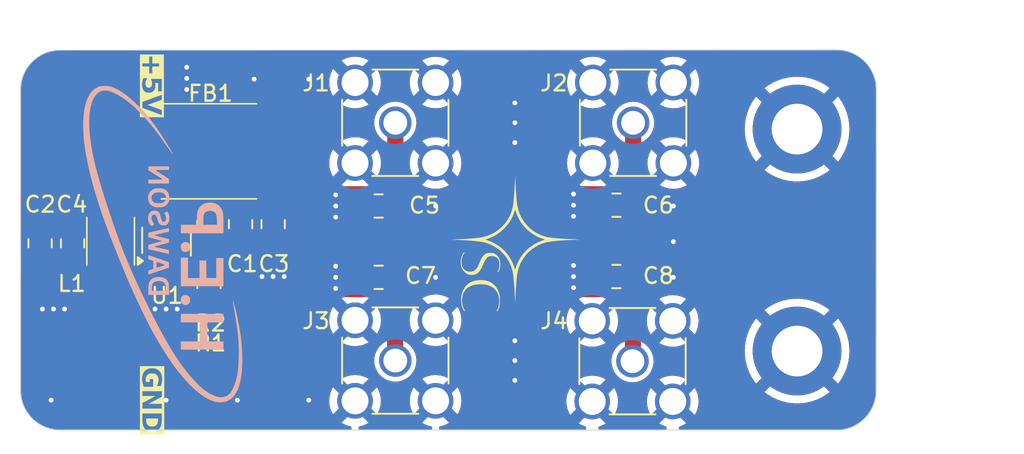
<source format=kicad_pcb>
(kicad_pcb (version 20240108) (generator "pcbnew") (generator_version "8.0")
  (layers (0 "F.Cu" signal) (31 "B.Cu" signal) (34 "B.Paste" user) (35 "F.Paste" user) (36 "B.SilkS" user "B.Silkscreen") (37 "F.SilkS" user "F.Silkscreen") (38 "B.Mask" user) (39 "F.Mask" user) (44 "Edge.Cuts" user))
  (net 0 "")
  (net 1 "Net-(U1-FB)")
  (net 2 "Net-(U1-VOUT)")
  (net 3 "+5V")
  (net 4 "GND")
  (net 5 "+29.6V")
  (net 6 "Net-(U1-SW)")
  (footprint "sma:SMA_Amphenol_901-144_Vertical" (layer "F.Cu") (at 151.15726 89.6)
    (property "Reference" "J1" (at -5 -2.5 0) (layer "F.SilkS"))
    (property "Value" "POWER")
    (pad "1" thru_hole circle (at 0 0) (size 2.05 2.05) (drill 1.5) (layers "*.Cu" "*.Mask") (net 5 "+29.6V"))
    (pad "2" thru_hole circle (at -2.54 -2.54) (size 2.25 2.25) (drill 1.7) (layers "*.Cu" "*.Mask") (net 4 "GND"))
    (pad "2" thru_hole circle (at -2.54 2.54) (size 2.25 2.25) (drill 1.7) (layers "*.Cu" "*.Mask") (net 4 "GND"))
    (pad "2" thru_hole circle (at 2.54 -2.54) (size 2.25 2.25) (drill 1.7) (layers "*.Cu" "*.Mask") (net 4 "GND"))
    (pad "2" thru_hole circle (at 2.54 2.54) (size 2.25 2.25) (drill 1.7) (layers "*.Cu" "*.Mask") (net 4 "GND"))
  )
  (footprint "Capacitor_SMD:C_0805_2012Metric_Pad1.18x1.45mm_HandSolder" (layer "F.Cu") (at 130.8 97.2 -90)
    (property "Reference" "C4" (at -2.45 0.05 0) (layer "F.SilkS"))
    (property "Value" "0.1u")
    (pad "1" smd roundrect (at -1.0375 0 270) (size 1.175 1.45) (layers "F.Cu" "F.Paste" "F.Mask") (roundrect_rratio 0.212766) (net 3 "+5V"))
    (pad "2" smd roundrect (at 1.0375 0 270) (size 1.175 1.45) (layers "F.Cu" "F.Paste" "F.Mask") (roundrect_rratio 0.212766) (net 4 "GND"))
  )
  (footprint "sma:SMA_Amphenol_901-144_Vertical" (layer "F.Cu") (at 166.11726 104.64)
    (property "Reference" "J4" (at -4.96 -2.54 0) (layer "F.SilkS"))
    (property "Value" "POWER")
    (pad "1" thru_hole circle (at 0 0) (size 2.05 2.05) (drill 1.5) (layers "*.Cu" "*.Mask") (net 5 "+29.6V"))
    (pad "2" thru_hole circle (at -2.54 -2.54) (size 2.25 2.25) (drill 1.7) (layers "*.Cu" "*.Mask") (net 4 "GND"))
    (pad "2" thru_hole circle (at -2.54 2.54) (size 2.25 2.25) (drill 1.7) (layers "*.Cu" "*.Mask") (net 4 "GND"))
    (pad "2" thru_hole circle (at 2.54 -2.54) (size 2.25 2.25) (drill 1.7) (layers "*.Cu" "*.Mask") (net 4 "GND"))
    (pad "2" thru_hole circle (at 2.54 2.54) (size 2.25 2.25) (drill 1.7) (layers "*.Cu" "*.Mask") (net 4 "GND"))
  )
  (footprint "Capacitor_SMD:C_0805_2012Metric_Pad1.18x1.45mm_HandSolder" (layer "F.Cu") (at 141.39726 96 90)
    (property "Reference" "C1" (at -2.5 0.10274 180) (layer "F.SilkS"))
    (property "Value" "22p")
    (pad "1" smd roundrect (at -1.0375 0 90) (size 1.175 1.45) (layers "F.Cu" "F.Paste" "F.Mask") (roundrect_rratio 0.212766) (net 1 "Net-(U1-FB)"))
    (pad "2" smd roundrect (at 1.0375 0 90) (size 1.175 1.45) (layers "F.Cu" "F.Paste" "F.Mask") (roundrect_rratio 0.212766) (net 2 "Net-(U1-VOUT)"))
  )
  (footprint "sma:SMA_Amphenol_901-144_Vertical" (layer "F.Cu") (at 151.15726 104.6)
    (property "Reference" "J3" (at -5 -2.5 0) (layer "F.SilkS"))
    (property "Value" "POWER")
    (pad "1" thru_hole circle (at 0 0) (size 2.05 2.05) (drill 1.5) (layers "*.Cu" "*.Mask") (net 5 "+29.6V"))
    (pad "2" thru_hole circle (at -2.54 -2.54) (size 2.25 2.25) (drill 1.7) (layers "*.Cu" "*.Mask") (net 4 "GND"))
    (pad "2" thru_hole circle (at -2.54 2.54) (size 2.25 2.25) (drill 1.7) (layers "*.Cu" "*.Mask") (net 4 "GND"))
    (pad "2" thru_hole circle (at 2.54 -2.54) (size 2.25 2.25) (drill 1.7) (layers "*.Cu" "*.Mask") (net 4 "GND"))
    (pad "2" thru_hole circle (at 2.54 2.54) (size 2.25 2.25) (drill 1.7) (layers "*.Cu" "*.Mask") (net 4 "GND"))
  )
  (footprint "Package_TO_SOT_SMD:TSOT-23-6_HandSoldering" (layer "F.Cu") (at 136.7 97.1 90)
    (property "Reference" "U1" (at -3.4 0.05 180) (layer "F.SilkS"))
    (property "Value" "LT3461A")
    (pad "1" smd roundrect (at -1.71 -0.95 90) (size 2 0.65) (layers "F.Cu" "F.Paste" "F.Mask") (net 6 "Net-(U1-SW)"))
    (pad "2" smd roundrect (at -1.71 0 90) (size 2 0.65) (layers "F.Cu" "F.Paste" "F.Mask") (net 4 "GND"))
    (pad "3" smd roundrect (at -1.71 0.95 90) (size 2 0.65) (layers "F.Cu" "F.Paste" "F.Mask") (net 1 "Net-(U1-FB)"))
    (pad "4" smd roundrect (at 1.71 0.95 90) (size 2 0.65) (layers "F.Cu" "F.Paste" "F.Mask") (net 3 "+5V"))
    (pad "5" smd roundrect (at 1.71 0 90) (size 2 0.65) (layers "F.Cu" "F.Paste" "F.Mask") (net 2 "Net-(U1-VOUT)"))
    (pad "6" smd roundrect (at 1.71 -0.95 90) (size 2 0.65) (layers "F.Cu" "F.Paste" "F.Mask") (net 3 "+5V"))
  )
  (footprint "Capacitor_SMD:C_0805_2012Metric_Pad1.18x1.45mm_HandSolder" (layer "F.Cu") (at 128.75 97.2 -90)
    (property "Reference" "C2" (at -2.45 0 180) (layer "F.SilkS"))
    (property "Value" "1u")
    (pad "1" smd roundrect (at -1.0375 0 270) (size 1.175 1.45) (layers "F.Cu" "F.Paste" "F.Mask") (roundrect_rratio 0.212766) (net 3 "+5V"))
    (pad "2" smd roundrect (at 1.0375 0 270) (size 1.175 1.45) (layers "F.Cu" "F.Paste" "F.Mask") (roundrect_rratio 0.212766) (net 4 "GND"))
  )
  (footprint "Capacitor_SMD:C_0805_2012Metric_Pad1.18x1.45mm_HandSolder" (layer "F.Cu") (at 165.10726 94.8 180)
    (property "Reference" "C6" (at -2.64274 0 180) (layer "F.SilkS"))
    (property "Value" "0.1u")
    (pad "1" smd roundrect (at -1.0375 0 180) (size 1.175 1.45) (layers "F.Cu" "F.Paste" "F.Mask") (roundrect_rratio 0.212766) (net 5 "+29.6V"))
    (pad "2" smd roundrect (at 1.0375 0 180) (size 1.175 1.45) (layers "F.Cu" "F.Paste" "F.Mask") (roundrect_rratio 0.212766) (net 4 "GND"))
  )
  (footprint "Capacitor_SMD:C_0805_2012Metric_Pad1.18x1.45mm_HandSolder" (layer "F.Cu") (at 143.45 96 -90)
    (property "Reference" "C3" (at 2.5 -0.05 180) (layer "F.SilkS"))
    (property "Value" "1u")
    (pad "1" smd roundrect (at -1.0375 0 270) (size 1.175 1.45) (layers "F.Cu" "F.Paste" "F.Mask") (roundrect_rratio 0.212766) (net 5 "+29.6V"))
    (pad "2" smd roundrect (at 1.0375 0 270) (size 1.175 1.45) (layers "F.Cu" "F.Paste" "F.Mask") (roundrect_rratio 0.212766) (net 4 "GND"))
  )
  (footprint "Capacitor_SMD:C_0805_2012Metric_Pad1.18x1.45mm_HandSolder" (layer "F.Cu") (at 165.10726 99.3 180)
    (property "Reference" "C8" (at -2.64274 0.05 180) (layer "F.SilkS"))
    (property "Value" "0.1u")
    (pad "1" smd roundrect (at -1.0375 0 180) (size 1.175 1.45) (layers "F.Cu" "F.Paste" "F.Mask") (roundrect_rratio 0.212766) (net 5 "+29.6V"))
    (pad "2" smd roundrect (at 1.0375 0 180) (size 1.175 1.45) (layers "F.Cu" "F.Paste" "F.Mask") (roundrect_rratio 0.212766) (net 4 "GND"))
  )
  (footprint "Resistor_SMD:R_0805_2012Metric_Pad1.20x1.40mm_HandSolder" (layer "F.Cu") (at 139.4 96 90)
    (property "Reference" "R2" (at -6.25 0.1 180) (layer "F.SilkS"))
    (property "Value" "226k")
    (pad "1" smd roundrect (at -1 0 90) (size 1.2 1.4) (layers "F.Cu" "F.Paste" "F.Mask") (roundrect_rratio 0.208333) (net 1 "Net-(U1-FB)"))
    (pad "2" smd roundrect (at 1 0 90) (size 1.2 1.4) (layers "F.Cu" "F.Paste" "F.Mask") (roundrect_rratio 0.208333) (net 2 "Net-(U1-VOUT)"))
  )
  (footprint "sma:SMA_Amphenol_901-144_Vertical" (layer "F.Cu") (at 166.15726 89.6)
    (property "Reference" "J2" (at -5 -2.5 0) (layer "F.SilkS"))
    (property "Value" "POWER")
    (pad "1" thru_hole circle (at 0 0) (size 2.05 2.05) (drill 1.5) (layers "*.Cu" "*.Mask") (net 5 "+29.6V"))
    (pad "2" thru_hole circle (at -2.54 -2.54) (size 2.25 2.25) (drill 1.7) (layers "*.Cu" "*.Mask") (net 4 "GND"))
    (pad "2" thru_hole circle (at -2.54 2.54) (size 2.25 2.25) (drill 1.7) (layers "*.Cu" "*.Mask") (net 4 "GND"))
    (pad "2" thru_hole circle (at 2.54 -2.54) (size 2.25 2.25) (drill 1.7) (layers "*.Cu" "*.Mask") (net 4 "GND"))
    (pad "2" thru_hole circle (at 2.54 2.54) (size 2.25 2.25) (drill 1.7) (layers "*.Cu" "*.Mask") (net 4 "GND"))
  )
  (footprint "Capacitor_SMD:C_0805_2012Metric_Pad1.18x1.45mm_HandSolder" (layer "F.Cu") (at 150.10726 99.35 180)
    (property "Reference" "C7" (at -2.64274 0.1 180) (layer "F.SilkS"))
    (property "Value" "0.1u")
    (pad "1" smd roundrect (at -1.0375 0 180) (size 1.175 1.45) (layers "F.Cu" "F.Paste" "F.Mask") (roundrect_rratio 0.212766) (net 5 "+29.6V"))
    (pad "2" smd roundrect (at 1.0375 0 180) (size 1.175 1.45) (layers "F.Cu" "F.Paste" "F.Mask") (roundrect_rratio 0.212766) (net 4 "GND"))
  )
  (footprint "Resistor_SMD:R_0805_2012Metric_Pad1.20x1.40mm_HandSolder" (layer "F.Cu") (at 139.4 99.8 90)
    (property "Reference" "R1" (at -3.7 0.1 180) (layer "F.SilkS"))
    (property "Value" "10k")
    (pad "1" smd roundrect (at -1 0 90) (size 1.2 1.4) (layers "F.Cu" "F.Paste" "F.Mask") (roundrect_rratio 0.208333) (net 4 "GND"))
    (pad "2" smd roundrect (at 1 0 90) (size 1.2 1.4) (layers "F.Cu" "F.Paste" "F.Mask") (roundrect_rratio 0.208333) (net 1 "Net-(U1-FB)"))
  )
  (footprint "power:L_Laird_TYS3015_HandSoldering" (layer "F.Cu") (at 133.2 97.075 180)
    (property "Reference" "L1" (at 2.45 -2.675 0) (layer "F.SilkS"))
    (property "Value" "22uH")
    (pad "1" smd rect (at 0 -1.475 180) (size 2.7 1.75) (layers "F.Cu" "F.Paste" "F.Mask") (net 6 "Net-(U1-SW)"))
    (pad "2" smd rect (at 0 1.475 180) (size 2.7 1.75) (layers "F.Cu" "F.Paste" "F.Mask") (net 3 "+5V"))
  )
  (footprint "power:sc_7mm" (layer "F.Cu") (at 158.75 97 -90)
    (property "Reference" "G***" (hide yes))
    (property "Value" "LOGO" (hide yes))
  )
  (footprint "MountingHole:MountingHole_3.2mm_M3_DIN965_Pad" (layer "F.Cu") (at 176.5 104)
    (property "Reference" "REF**" (hide yes))
    (property "Value" "MountingHole_3.2mm_M3_DIN965_Pad")
    (pad "1" thru_hole circle (at 0 0) (size 5.6 5.6) (drill 3.2) (layers "*.Cu" "*.Mask") (net 4 "GND"))
  )
  (footprint "power:FB_TDK_VFS6045_2424_6060Metric_HandSoldering" (layer "F.Cu") (at 139.4 91.4 -90)
    (property "Reference" "FB1" (at -3.65 -0.1 0) (layer "F.SilkS"))
    (property "Value" "1.232k @ 1 MHz")
    (pad "1" smd rect (at 0 -2.525 270) (size 5.1 2.75) (layers "F.Cu" "F.Paste" "F.Mask") (net 5 "+29.6V"))
    (pad "2" smd rect (at 0 2.525 270) (size 5.1 2.75) (layers "F.Cu" "F.Paste" "F.Mask") (net 2 "Net-(U1-VOUT)"))
  )
  (footprint "Capacitor_SMD:C_0805_2012Metric_Pad1.18x1.45mm_HandSolder" (layer "F.Cu") (at 150.10726 94.85 180)
    (property "Reference" "C5" (at -2.89274 0.04 0) (layer "F.SilkS"))
    (property "Value" "0.1u")
    (pad "1" smd roundrect (at -1.0375 0 180) (size 1.175 1.45) (layers "F.Cu" "F.Paste" "F.Mask") (roundrect_rratio 0.212766) (net 5 "+29.6V"))
    (pad "2" smd roundrect (at 1.0375 0 180) (size 1.175 1.45) (layers "F.Cu" "F.Paste" "F.Mask") (roundrect_rratio 0.212766) (net 4 "GND"))
  )
  (footprint "MountingHole:MountingHole_3.2mm_M3_DIN965_Pad" (layer "F.Cu") (at 176.5 90)
    (property "Reference" "REF**" (hide yes))
    (property "Value" "MountingHole_3.2mm_M3_DIN965_Pad")
    (pad "1" thru_hole circle (at 0 0) (size 5.6 5.6) (drill 3.2) (layers "*.Cu" "*.Mask") (net 4 "GND"))
  )
  (footprint "power:hep_20mm" (layer "B.Cu") (at 136.5 97.25 90)
    (property "Reference" "G***" (hide yes))
    (property "Value" "LOGO" (hide yes))
  )
  (gr_line (start 127.517767 106.482233) (end 127.517767 87.517767) (stroke (width 0.05)) (layer "Edge.Cuts"))
  (gr_line (start 181.5 87.5) (end 181.491116 106.482233) (stroke (width 0.05)) (layer "Edge.Cuts"))
  (gr_arc (start 127.517767 87.517767) (mid 128.25 85.75) (end 130.017767 85.017767) (stroke (width 0.05)) (layer "Edge.Cuts"))
  (gr_arc (start 181.491116 106.482233) (mid 180.756281 108.256281) (end 178.982233 108.991116) (stroke (width 0.05)) (layer "Edge.Cuts"))
  (gr_arc (start 130.017767 108.982233) (mid 128.25 108.25) (end 127.517767 106.482233) (stroke (width 0.05)) (layer "Edge.Cuts"))
  (gr_line (start 130.017767 85.017767) (end 179 85) (stroke (width 0.05)) (layer "Edge.Cuts"))
  (gr_line (start 178.982233 108.982233) (end 130.017767 108.982233) (stroke (width 0.05)) (layer "Edge.Cuts"))
  (gr_arc (start 179 85) (mid 180.767767 85.732233) (end 181.5 87.5) (stroke (width 0.05)) (layer "Edge.Cuts"))
  (gr_text "GND\n" (at 135 105 270) (layer "F.SilkS" knockout) (effects (font (size 1.2 1.2) (thickness 0.1)) (justify left bottom)))
  (gr_text "+5V\n" (at 135 85.25 270) (layer "F.SilkS" knockout) (effects (font (size 1.2 1.2) (thickness 0.1)) (justify left bottom)))
  (via (at 136.69726 107.1) (size 0.6) (drill 0.3) (layers "F.Cu" "B.Cu") (net 4))
  (via (at 128.89726 101.35) (size 0.6) (drill 0.3) (layers "F.Cu" "B.Cu") (net 4))
  (via (at 162.39726 99.3) (size 0.6) (drill 0.3) (layers "F.Cu" "B.Cu") (net 4))
  (via (at 158.69726 104.6) (size 0.6) (drill 0.3) (layers "F.Cu" "B.Cu") (net 4))
  (via (at 158.69726 89.6) (size 0.6) (drill 0.3) (layers "F.Cu" "B.Cu") (net 4))
  (via (at 129.44726 107.1) (size 0.6) (drill 0.3) (layers "F.Cu" "B.Cu") (net 4))
  (via (at 147.39726 95.55) (size 0.6) (drill 0.3) (layers "F.Cu" "B.Cu") (net 4))
  (via (at 143.44726 99.3) (size 0.6) (drill 0.3) (layers "F.Cu" "B.Cu") (net 4))
  (via (at 153.69726 99.35) (size 0.6) (drill 0.3) (layers "F.Cu" "B.Cu") (net 4))
  (via (at 153.69726 94.85) (size 0.6) (drill 0.3) (layers "F.Cu" "B.Cu") (net 4))
  (via (at 142.25 86.85) (size 0.6) (drill 0.3) (layers "F.Cu" "B.Cu") (net 4))
  (via (at 158.69726 88.35) (size 0.6) (drill 0.3) (layers "F.Cu" "B.Cu") (net 4))
  (via (at 137.39726 101.35) (size 0.6) (drill 0.3) (layers "F.Cu" "B.Cu") (net 4))
  (via (at 145.69726 107.1) (size 0.6) (drill 0.3) (layers "F.Cu" "B.Cu") (net 4))
  (via (at 168.69726 99.35) (size 0.6) (drill 0.3) (layers "F.Cu" "B.Cu") (net 4))
  (via (at 147.39726 94.15) (size 0.6) (drill 0.3) (layers "F.Cu" "B.Cu") (net 4))
  (via (at 147.39726 100.05) (size 0.6) (drill 0.3) (layers "F.Cu" "B.Cu") (net 4))
  (via (at 138 86.8) (size 0.6) (drill 0.3) (layers "F.Cu" "B.Cu") (net 4))
  (via (at 168.69726 94.85) (size 0.6) (drill 0.3) (layers "F.Cu" "B.Cu") (net 4))
  (via (at 158.69726 90.85) (size 0.6) (drill 0.3) (layers "F.Cu" "B.Cu") (net 4))
  (via (at 142.74726 99.3) (size 0.6) (drill 0.3) (layers "F.Cu" "B.Cu") (net 4))
  (via (at 158.69726 105.85) (size 0.6) (drill 0.3) (layers "F.Cu" "B.Cu") (net 4))
  (via (at 130.29726 101.35) (size 0.6) (drill 0.3) (layers "F.Cu" "B.Cu") (net 4))
  (via (at 158.69726 103.35) (size 0.6) (drill 0.3) (layers "F.Cu" "B.Cu") (net 4))
  (via (at 138 86.1) (size 0.6) (drill 0.3) (layers "F.Cu" "B.Cu") (net 4))
  (via (at 136.69726 101.35) (size 0.6) (drill 0.3) (layers "F.Cu" "B.Cu") (net 4))
  (via (at 162.39726 100) (size 0.6) (drill 0.3) (layers "F.Cu" "B.Cu") (net 4))
  (via (at 145.69726 86.85) (size 0.6) (drill 0.3) (layers "F.Cu" "B.Cu") (net 4))
  (via (at 162.39726 94.8) (size 0.6) (drill 0.3) (layers "F.Cu" "B.Cu") (net 4))
  (via (at 162.39726 95.5) (size 0.6) (drill 0.3) (layers "F.Cu" "B.Cu") (net 4))
  (via (at 138 87.5) (size 0.6) (drill 0.3) (layers "F.Cu" "B.Cu") (net 4))
  (via (at 135.99726 101.35) (size 0.6) (drill 0.3) (layers "F.Cu" "B.Cu") (net 4))
  (via (at 147.39726 94.85) (size 0.6) (drill 0.3) (layers "F.Cu" "B.Cu") (net 4))
  (via (at 147.39726 98.65) (size 0.6) (drill 0.3) (layers "F.Cu" "B.Cu") (net 4))
  (via (at 144.14726 99.3) (size 0.6) (drill 0.3) (layers "F.Cu" "B.Cu") (net 4))
  (via (at 141.19726 107.1) (size 0.6) (drill 0.3) (layers "F.Cu" "B.Cu") (net 4))
  (via (at 162.39726 94.1) (size 0.6) (drill 0.3) (layers "F.Cu" "B.Cu") (net 4))
  (via (at 129.59726 101.35) (size 0.6) (drill 0.3) (layers "F.Cu" "B.Cu") (net 4))
  (via (at 168.69726 97.1) (size 0.6) (drill 0.3) (layers "F.Cu" "B.Cu") (net 4))
  (via (at 162.39726 98.6) (size 0.6) (drill 0.3) (layers "F.Cu" "B.Cu") (net 4))
  (via (at 147.39726 99.35) (size 0.6) (drill 0.3) (layers "F.Cu" "B.Cu") (net 4))
  (segment (start 149.145516 97.1) (end 149.94726 97.1) (width 1.016) (layer "F.Cu") (net 5))
  (segment (start 143.45 94.9625) (end 144.80976 94.9625) (width 1.016) (layer "F.Cu") (net 5))
  (segment (start 149.145516 97.1) (end 164.94726 97.1) (width 1.016) (layer "F.Cu") (net 5))
  (segment (start 151.14476 104.5875) (end 151.15726 104.6) (width 1.016) (layer "F.Cu") (net 5))
  (segment (start 149.94726 97.1) (end 151.14476 98.2975) (width 1.016) (layer "F.Cu") (net 5))
  (segment (start 166.14476 99.3) (end 166.14476 104.6125) (width 1.016) (layer "F.Cu") (net 5))
  (segment (start 166.14476 104.6125) (end 166.11726 104.64) (width 1.016) (layer "F.Cu") (net 5))
  (segment (start 151.15726 94.8375) (end 151.14476 94.85) (width 1.016) (layer "F.Cu") (net 5))
  (segment (start 166.14476 98.2975) (end 166.14476 99.3) (width 1.016) (layer "F.Cu") (net 5))
  (segment (start 164.94726 97.1) (end 166.14476 95.9025) (width 1.016) (layer "F.Cu") (net 5))
  (segment (start 151.14476 99.35) (end 151.14476 104.5875) (width 1.016) (layer "F.Cu") (net 5))
  (segment (start 144.80976 94.9625) (end 146.94726 97.1) (width 1.016) (layer "F.Cu") (net 5))
  (segment (start 166.15726 89.6) (end 166.15726 94.7875) (width 1.016) (layer "F.Cu") (net 5))
  (segment (start 149.94726 97.1) (end 151.14476 95.9025) (width 1.016) (layer "F.Cu") (net 5))
  (segment (start 166.14476 95.9025) (end 166.14476 94.8) (width 1.016) (layer "F.Cu") (net 5))
  (segment (start 151.14476 98.2975) (end 151.14476 99.35) (width 1.016) (layer "F.Cu") (net 5))
  (segment (start 166.15726 94.7875) (end 166.14476 94.8) (width 1.016) (layer "F.Cu") (net 5))
  (segment (start 146.94726 97.1) (end 149.145516 97.1) (width 1.016) (layer "F.Cu") (net 5))
  (segment (start 151.15726 89.6) (end 151.15726 94.8375) (width 1.016) (layer "F.Cu") (net 5))
  (segment (start 164.94726 97.1) (end 166.14476 98.2975) (width 1.016) (layer "F.Cu") (net 5))
  (segment (start 151.14476 95.9025) (end 151.14476 94.85) (width 1.016) (layer "F.Cu") (net 5))
  (zone (net 5) (net_name "+29.6V") (layer "F.Cu") (priority 3) (connect_pads yes (clearance 0.3)) (min_thickness 0.25) (fill yes (thermal_gap 0.5) (thermal_bridge_width 0.5) (island_removal_mode 1) (island_area_min 10))
    (polygon (pts (xy 140.35 88.85) (xy 140.35 94.275) (xy 142.425 94.275) (xy 142.425 95.825) (xy 144.525 95.825) (xy 144.525 88.85)))
  )
  (zone (net 4) (net_name "GND") (layer "F.Cu") (connect_pads (clearance 0.3)) (min_thickness 0.25) (fill yes (thermal_gap 0.5) (thermal_bridge_width 0.75) (island_removal_mode 1) (island_area_min 10))
    (polygon (pts (xy 127.5 85) (xy 127.5 109) (xy 181.7 109) (xy 181.7 85)))
  )
  (zone (net 6) (net_name "Net-(U1-SW)") (layer "F.Cu") (connect_pads yes (clearance 0.3)) (min_thickness 0.25) (fill yes (thermal_gap 0.5) (thermal_bridge_width 0.5) (island_removal_mode 1) (island_area_min 10))
    (polygon (pts (xy 136.1 99.8) (xy 135.4 100) (xy 131.8 100) (xy 131.8 97.3) (xy 135 97.3) (xy 135.4 97.3) (xy 136.1 97.4)))
  )
  (zone (net 2) (net_name "Net-(U1-VOUT)") (layer "F.Cu") (priority 4) (connect_pads yes (clearance 0.3)) (min_thickness 0.25) (fill yes (thermal_gap 0.5) (thermal_bridge_width 0.5) (island_removal_mode 1) (island_area_min 10))
    (polygon (pts (xy 135.3 94.1) (xy 136.1 94.1) (xy 136.3 96.5) (xy 137.1 96.5) (xy 137.35 94.1) (xy 138 94.1) (xy 138.2 95.9) (xy 142.4 95.9) (xy 142.4 94.1) (xy 140.35 94.1) (xy 140.35 88.85) (xy 135.3 88.85)))
  )
  (zone (net 1) (net_name "Net-(U1-FB)") (layer "F.Cu") (priority 2) (connect_pads yes (clearance 0.3)) (min_thickness 0.25) (fill yes (thermal_gap 0.5) (thermal_bridge_width 0.5) (island_removal_mode 1) (island_area_min 10))
    (polygon (pts (xy 137.29726 99.8) (xy 137.99726 99.8) (xy 138.69726 99.6) (xy 140.29726 99.6) (xy 140.29726 98.2) (xy 140.69726 97.8) (xy 142.39726 97.8) (xy 142.39726 96.2) (xy 138.39726 96.2) (xy 138.39726 97.1) (xy 137.29726 97.5)))
  )
  (zone (net 4) (net_name "GND") (layer "F.Cu") (priority 5) (connect_pads yes (clearance 0.3)) (min_thickness 0.25) (fill yes (thermal_gap 0.5) (thermal_bridge_width 0.75) (island_removal_mode 1) (island_area_min 10))
    (polygon (pts (xy 162.39726 93.6) (xy 165.59726 93.6) (xy 165.59726 96.6) (xy 162.39726 96.6)))
  )
  (zone (net 4) (net_name "GND") (layer "F.Cu") (priority 6) (connect_pads yes (clearance 0.3)) (min_thickness 0.25) (fill yes (thermal_gap 0.5) (thermal_bridge_width 0.75) (island_removal_mode 1) (island_area_min 10))
    (polygon (pts (xy 136.29726 97.4) (xy 137.09726 97.4) (xy 137.09726 99.9) (xy 137.79726 100.4) (xy 135.59726 100.4) (xy 136.29726 99.9)))
  )
  (zone (net 4) (net_name "GND") (layer "F.Cu") (priority 5) (connect_pads yes (clearance 0.3)) (min_thickness 0.25) (fill yes (thermal_gap 0.5) (thermal_bridge_width 0.75) (island_removal_mode 1) (island_area_min 10))
    (polygon (pts (xy 147.39726 97.6) (xy 150.59726 97.6) (xy 150.59726 100.6) (xy 147.39726 100.6)))
  )
  (zone (net 4) (net_name "GND") (layer "F.Cu") (priority 5) (connect_pads yes (clearance 0.3)) (min_thickness 0.25) (fill yes (thermal_gap 0.5) (thermal_bridge_width 0.75) (island_removal_mode 1) (island_area_min 10))
    (polygon (pts (xy 147.39726 93.6) (xy 150.59726 93.6) (xy 150.59726 96.6) (xy 147.39726 96.6)))
  )
  (zone (net 4) (net_name "GND") (layer "F.Cu") (priority 5) (connect_pads yes (clearance 0.3)) (min_thickness 0.25) (fill yes (thermal_gap 0.5) (thermal_bridge_width 0.75) (island_removal_mode 1) (island_area_min 10))
    (polygon (pts (xy 162.39726 97.6) (xy 165.59726 97.6) (xy 165.59726 100.6) (xy 162.39726 100.6)))
  )
  (zone (net 3) (net_name "+5V") (layer "F.Cu") (priority 1) (connect_pads yes (clearance 0.3)) (min_thickness 0.25) (fill yes (thermal_gap 0.5) (thermal_bridge_width 0.5) (island_removal_mode 1) (island_area_min 10))
    (polygon (pts (xy 138 96.5) (xy 138 94.4) (xy 137.3 94.4) (xy 137.1 96.5) (xy 136.3 96.5) (xy 136.1 94.4) (xy 135 94.4) (xy 135 85) (xy 127.5 85) (xy 127.5 97) (xy 135.4 97) (xy 136.1 97.1) (xy 137.29726 97.1) (xy 138 96.9)))
  )
  (zone (net 4) (net_name "GND") (layer "B.Cu") (priority 7) (connect_pads (clearance 0.3)) (min_thickness 0.25) (fill yes (thermal_gap 0.5) (thermal_bridge_width 0.75) (island_removal_mode 1) (island_area_min 10))
    (polygon (pts (xy 127.55 85) (xy 181.5 85) (xy 181.5 109) (xy 127.55 109)))
  )
)
</source>
